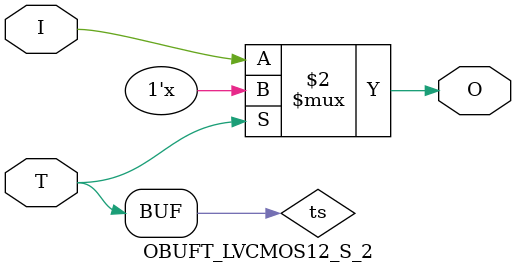
<source format=v>

/*

FUNCTION	: TRI-STATE OUTPUT BUFFER

*/

`celldefine
`timescale  100 ps / 10 ps

module OBUFT_LVCMOS12_S_2 (O, I, T);

    output O;

    input  I, T;

    or O1 (ts, 1'b0, T);
    bufif0 T1 (O, I, ts);

endmodule

</source>
